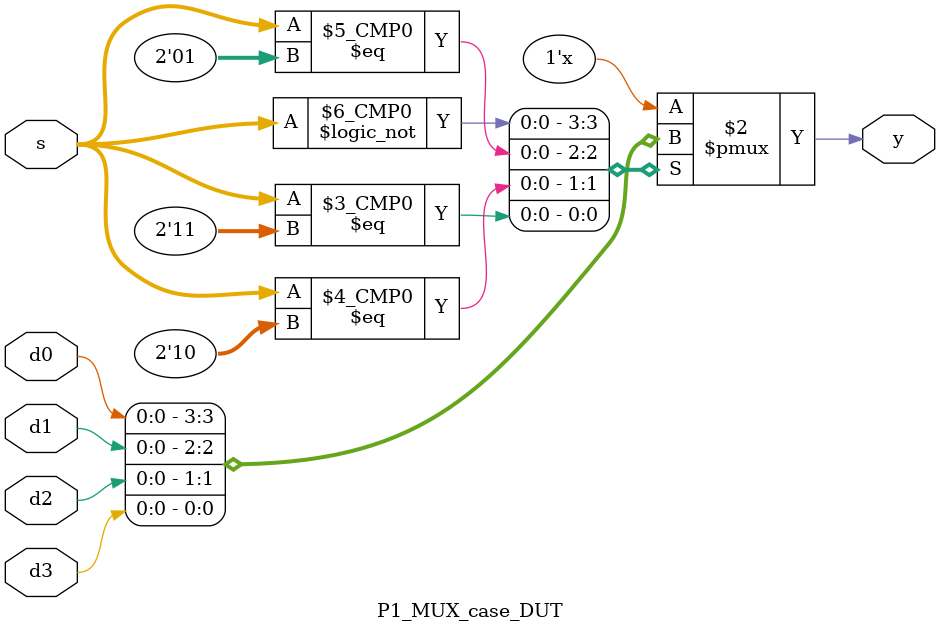
<source format=v>

module P1_MUX_case_DUT(
    output  reg     y,
    input           d0,
    input           d1,
    input           d2,
    input           d3,
    input   [1:0]   s
);

    always @(*) begin
        case(s)
            2'b00:      y = d0;
            2'b01:      y = d1;
            2'b10:      y = d2;
            2'b11:      y = d3;
        endcase
    end

endmodule
</source>
